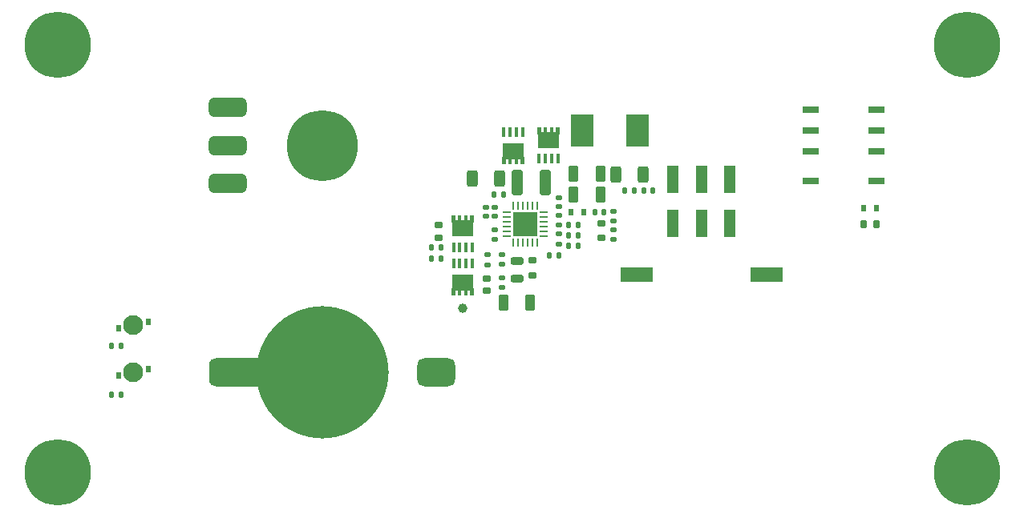
<source format=gts>
%TF.GenerationSoftware,KiCad,Pcbnew,(6.0.11)*%
%TF.CreationDate,2023-07-06T01:04:48-04:00*%
%TF.ProjectId,RP_CHG_r01,52505f43-4847-45f7-9230-312e6b696361,rev?*%
%TF.SameCoordinates,Original*%
%TF.FileFunction,Soldermask,Top*%
%TF.FilePolarity,Negative*%
%FSLAX46Y46*%
G04 Gerber Fmt 4.6, Leading zero omitted, Abs format (unit mm)*
G04 Created by KiCad (PCBNEW (6.0.11)) date 2023-07-06 01:04:48*
%MOMM*%
%LPD*%
G01*
G04 APERTURE LIST*
G04 Aperture macros list*
%AMRoundRect*
0 Rectangle with rounded corners*
0 $1 Rounding radius*
0 $2 $3 $4 $5 $6 $7 $8 $9 X,Y pos of 4 corners*
0 Add a 4 corners polygon primitive as box body*
4,1,4,$2,$3,$4,$5,$6,$7,$8,$9,$2,$3,0*
0 Add four circle primitives for the rounded corners*
1,1,$1+$1,$2,$3*
1,1,$1+$1,$4,$5*
1,1,$1+$1,$6,$7*
1,1,$1+$1,$8,$9*
0 Add four rect primitives between the rounded corners*
20,1,$1+$1,$2,$3,$4,$5,0*
20,1,$1+$1,$4,$5,$6,$7,0*
20,1,$1+$1,$6,$7,$8,$9,0*
20,1,$1+$1,$8,$9,$2,$3,0*%
%AMFreePoly0*
4,1,21,1.372500,0.787500,0.862500,0.787500,0.862500,0.532500,1.372500,0.532500,1.372500,0.127500,0.862500,0.127500,0.862500,-0.127500,1.372500,-0.127500,1.372500,-0.532500,0.862500,-0.532500,0.862500,-0.787500,1.372500,-0.787500,1.372500,-1.195000,0.612500,-1.195000,0.612500,-1.117500,-0.862500,-1.117500,-0.862500,1.117500,0.612500,1.117500,0.612500,1.195000,1.372500,1.195000,
1.372500,0.787500,1.372500,0.787500,$1*%
G04 Aperture macros list end*
%ADD10RoundRect,0.062500X-0.375000X-0.062500X0.375000X-0.062500X0.375000X0.062500X-0.375000X0.062500X0*%
%ADD11RoundRect,0.062500X-0.062500X-0.375000X0.062500X-0.375000X0.062500X0.375000X-0.062500X0.375000X0*%
%ADD12R,2.500000X2.500000*%
%ADD13RoundRect,0.750000X-1.250000X-0.750000X1.250000X-0.750000X1.250000X0.750000X-1.250000X0.750000X0*%
%ADD14RoundRect,0.750000X-2.250000X-0.750000X2.250000X-0.750000X2.250000X0.750000X-2.250000X0.750000X0*%
%ADD15C,14.000000*%
%ADD16RoundRect,0.500000X1.500000X0.500000X-1.500000X0.500000X-1.500000X-0.500000X1.500000X-0.500000X0*%
%ADD17RoundRect,0.135000X0.185000X-0.135000X0.185000X0.135000X-0.185000X0.135000X-0.185000X-0.135000X0*%
%ADD18RoundRect,0.150000X0.150000X0.300000X-0.150000X0.300000X-0.150000X-0.300000X0.150000X-0.300000X0*%
%ADD19RoundRect,0.135000X0.135000X0.185000X-0.135000X0.185000X-0.135000X-0.185000X0.135000X-0.185000X0*%
%ADD20R,1.800000X0.800000*%
%ADD21C,7.500000*%
%ADD22R,0.600000X0.700000*%
%ADD23C,2.100000*%
%ADD24R,0.500000X0.700000*%
%ADD25R,1.270000X2.920000*%
%ADD26R,3.430000X1.650000*%
%ADD27FreePoly0,90.000000*%
%ADD28R,0.405000X0.990000*%
%ADD29RoundRect,0.250000X0.312500X0.625000X-0.312500X0.625000X-0.312500X-0.625000X0.312500X-0.625000X0*%
%ADD30RoundRect,0.217391X-0.282609X-0.657609X0.282609X-0.657609X0.282609X0.657609X-0.282609X0.657609X0*%
%ADD31C,7.000000*%
%ADD32RoundRect,0.140000X-0.170000X0.140000X-0.170000X-0.140000X0.170000X-0.140000X0.170000X0.140000X0*%
%ADD33RoundRect,0.140000X0.140000X0.170000X-0.140000X0.170000X-0.140000X-0.170000X0.140000X-0.170000X0*%
%ADD34RoundRect,0.200000X-0.475000X0.200000X-0.475000X-0.200000X0.475000X-0.200000X0.475000X0.200000X0*%
%ADD35RoundRect,0.217391X0.282609X0.657609X-0.282609X0.657609X-0.282609X-0.657609X0.282609X-0.657609X0*%
%ADD36RoundRect,0.140000X0.170000X-0.140000X0.170000X0.140000X-0.170000X0.140000X-0.170000X-0.140000X0*%
%ADD37RoundRect,0.175000X-0.275000X0.175000X-0.275000X-0.175000X0.275000X-0.175000X0.275000X0.175000X0*%
%ADD38RoundRect,0.250000X-0.325000X-1.100000X0.325000X-1.100000X0.325000X1.100000X-0.325000X1.100000X0*%
%ADD39RoundRect,0.135000X-0.135000X-0.185000X0.135000X-0.185000X0.135000X0.185000X-0.135000X0.185000X0*%
%ADD40R,2.413000X3.429000*%
%ADD41RoundRect,0.150000X-0.300000X0.150000X-0.300000X-0.150000X0.300000X-0.150000X0.300000X0.150000X0*%
%ADD42RoundRect,0.140000X-0.140000X-0.170000X0.140000X-0.170000X0.140000X0.170000X-0.140000X0.170000X0*%
%ADD43RoundRect,0.135000X-0.185000X0.135000X-0.185000X-0.135000X0.185000X-0.135000X0.185000X0.135000X0*%
%ADD44FreePoly0,270.000000*%
%ADD45RoundRect,0.250000X-0.312500X-0.625000X0.312500X-0.625000X0.312500X0.625000X-0.312500X0.625000X0*%
%ADD46C,1.000000*%
%ADD47RoundRect,0.150000X0.300000X-0.150000X0.300000X0.150000X-0.300000X0.150000X-0.300000X-0.150000X0*%
G04 APERTURE END LIST*
D10*
%TO.C,U1*%
X79520000Y-60045000D03*
X79520000Y-60545000D03*
X79520000Y-61045000D03*
X79520000Y-61545000D03*
X79520000Y-62045000D03*
X79520000Y-62545000D03*
D11*
X80207500Y-63232500D03*
X80707500Y-63232500D03*
X81207500Y-63232500D03*
X81707500Y-63232500D03*
X82207500Y-63232500D03*
X82707500Y-63232500D03*
D10*
X83395000Y-62545000D03*
X83395000Y-62045000D03*
X83395000Y-61545000D03*
X83395000Y-61045000D03*
X83395000Y-60545000D03*
X83395000Y-60045000D03*
D11*
X82707500Y-59357500D03*
X82207500Y-59357500D03*
X81707500Y-59357500D03*
X81207500Y-59357500D03*
X80707500Y-59357500D03*
X80207500Y-59357500D03*
D12*
X81457500Y-61295000D03*
%TD*%
D13*
%TO.C,J1*%
X72070000Y-76975000D03*
D14*
X51070000Y-76975000D03*
D15*
X60070000Y-76975000D03*
%TD*%
D16*
%TO.C,SW1*%
X50070000Y-56975000D03*
X50070000Y-52975000D03*
X50070000Y-48975000D03*
%TD*%
D17*
%TO.C,R12*%
X77470000Y-65585000D03*
X77470000Y-64565000D03*
%TD*%
D18*
%TO.C,R3*%
X118520000Y-61275000D03*
X117220000Y-61275000D03*
%TD*%
D19*
%TO.C,R2*%
X38780000Y-79375000D03*
X37760000Y-79375000D03*
%TD*%
%TO.C,R1*%
X38780000Y-74175000D03*
X37760000Y-74175000D03*
%TD*%
D20*
%TO.C,K1*%
X118570000Y-56775000D03*
X118570000Y-53575000D03*
X118570000Y-51375000D03*
X118570000Y-49175000D03*
X111570000Y-49175000D03*
X111570000Y-51375000D03*
X111570000Y-53575000D03*
X111570000Y-56775000D03*
%TD*%
D21*
%TO.C,H5*%
X60070000Y-52975000D03*
%TD*%
D22*
%TO.C,D3*%
X118570000Y-59575000D03*
X117170000Y-59575000D03*
%TD*%
D23*
%TO.C,D2*%
X40070000Y-76975000D03*
D24*
X41620000Y-76600000D03*
X38520000Y-77350000D03*
%TD*%
D23*
%TO.C,D1*%
X40070000Y-71975000D03*
D24*
X41620000Y-71600000D03*
X38520000Y-72350000D03*
%TD*%
D25*
%TO.C,J2*%
X103070000Y-61190000D03*
X100070000Y-61190000D03*
X97070000Y-61190000D03*
X103070000Y-56560000D03*
X100070000Y-56560000D03*
X97070000Y-56560000D03*
D26*
X106955000Y-66660000D03*
X93185000Y-66660000D03*
%TD*%
D27*
%TO.C,Q4*%
X83893752Y-52410000D03*
D28*
X84883752Y-54402500D03*
X84223752Y-54402500D03*
X83563752Y-54402500D03*
X82903752Y-54402500D03*
%TD*%
D29*
%TO.C,R17*%
X75826250Y-56518750D03*
X78751250Y-56518750D03*
%TD*%
D19*
%TO.C,R8*%
X86060000Y-62475000D03*
X87080000Y-62475000D03*
%TD*%
D30*
%TO.C,C2*%
X81985909Y-69575000D03*
X79185909Y-69575000D03*
%TD*%
D17*
%TO.C,R4*%
X78982500Y-66952500D03*
X78982500Y-67972500D03*
%TD*%
%TO.C,R20*%
X90770000Y-61865000D03*
X90770000Y-62885000D03*
%TD*%
D31*
%TO.C,H4*%
X128070000Y-42375000D03*
%TD*%
D27*
%TO.C,Q2*%
X74870000Y-61740000D03*
D28*
X75860000Y-63732500D03*
X75200000Y-63732500D03*
X74540000Y-63732500D03*
X73880000Y-63732500D03*
%TD*%
D19*
%TO.C,R10*%
X86060000Y-63575000D03*
X87080000Y-63575000D03*
%TD*%
D32*
%TO.C,C8*%
X78270000Y-60455000D03*
X78270000Y-59495000D03*
%TD*%
D33*
%TO.C,C6*%
X88790000Y-60075000D03*
X89750000Y-60075000D03*
%TD*%
D17*
%TO.C,R15*%
X78270000Y-61865000D03*
X78270000Y-62885000D03*
%TD*%
D34*
%TO.C,C4*%
X80607500Y-67082500D03*
X80607500Y-65182500D03*
%TD*%
D31*
%TO.C,H1*%
X32070000Y-42375000D03*
%TD*%
D35*
%TO.C,C13*%
X86570000Y-58175000D03*
X89370000Y-58175000D03*
%TD*%
D17*
%TO.C,R5*%
X78982500Y-64552500D03*
X78982500Y-65572500D03*
%TD*%
D36*
%TO.C,C7*%
X84970000Y-58495000D03*
X84970000Y-59455000D03*
%TD*%
D33*
%TO.C,C3*%
X71577500Y-63775000D03*
X72537500Y-63775000D03*
%TD*%
D37*
%TO.C,C15*%
X89470000Y-62750000D03*
X89470000Y-61200000D03*
%TD*%
D36*
%TO.C,C5*%
X77270000Y-59495000D03*
X77270000Y-60455000D03*
%TD*%
D38*
%TO.C,C10*%
X83568752Y-56932500D03*
X80618752Y-56932500D03*
%TD*%
D39*
%TO.C,R11*%
X84980000Y-64575000D03*
X83960000Y-64575000D03*
%TD*%
D35*
%TO.C,C14*%
X86570000Y-55975000D03*
X89370000Y-55975000D03*
%TD*%
D40*
%TO.C,L1*%
X87449000Y-51375000D03*
X93291000Y-51375000D03*
%TD*%
D41*
%TO.C,R13*%
X77370000Y-68325000D03*
X77370000Y-67025000D03*
%TD*%
D17*
%TO.C,R19*%
X90770000Y-59965000D03*
X90770000Y-60985000D03*
%TD*%
D42*
%TO.C,C11*%
X93990000Y-57775000D03*
X94950000Y-57775000D03*
%TD*%
D19*
%TO.C,R14*%
X71547500Y-64975000D03*
X72567500Y-64975000D03*
%TD*%
D43*
%TO.C,R9*%
X84970000Y-63385000D03*
X84970000Y-62365000D03*
%TD*%
D37*
%TO.C,C1*%
X82207500Y-66707500D03*
X82207500Y-65157500D03*
%TD*%
D31*
%TO.C,H3*%
X128070000Y-87575000D03*
%TD*%
D44*
%TO.C,Q3*%
X80193752Y-53567500D03*
D28*
X79203752Y-51575000D03*
X79863752Y-51575000D03*
X80523752Y-51575000D03*
X81183752Y-51575000D03*
%TD*%
D45*
%TO.C,R18*%
X93932500Y-56075000D03*
X91007500Y-56075000D03*
%TD*%
D42*
%TO.C,C12*%
X92950000Y-57775000D03*
X91990000Y-57775000D03*
%TD*%
D44*
%TO.C,Q1*%
X74870000Y-67465000D03*
D28*
X73880000Y-65472500D03*
X74540000Y-65472500D03*
X75200000Y-65472500D03*
X75860000Y-65472500D03*
%TD*%
D19*
%TO.C,R6*%
X86060000Y-61375000D03*
X87080000Y-61375000D03*
%TD*%
D17*
%TO.C,R7*%
X84970000Y-60365000D03*
X84970000Y-61385000D03*
%TD*%
D33*
%TO.C,C9*%
X78190000Y-58175000D03*
X79150000Y-58175000D03*
%TD*%
D46*
%TO.C,TP1*%
X74870000Y-70175000D03*
%TD*%
D47*
%TO.C,R16*%
X72270000Y-61425000D03*
X72270000Y-62725000D03*
%TD*%
D31*
%TO.C,H2*%
X32070000Y-87575000D03*
%TD*%
D22*
%TO.C,D4*%
X86270000Y-60032500D03*
X87670000Y-60032500D03*
%TD*%
M02*

</source>
